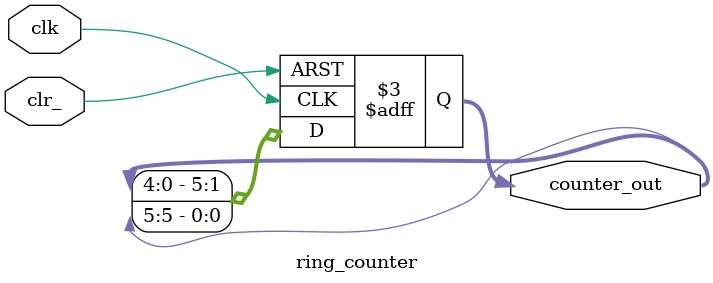
<source format=sv>
module ring_counter #(parameter COUNTER_OUTPUT_BUS_WIDTH = 6)(
    input clk,
    input clr_,
    output logic [COUNTER_OUTPUT_BUS_WIDTH-1:0] counter_out);
    
    always_ff @(posedge clk, negedge clr_) begin
        if (~clr_) begin
            counter_out <= 1;
        end else begin
            counter_out <= {counter_out[COUNTER_OUTPUT_BUS_WIDTH-2:0],
                counter_out[COUNTER_OUTPUT_BUS_WIDTH-1]};
        end
    end
endmodule
</source>
